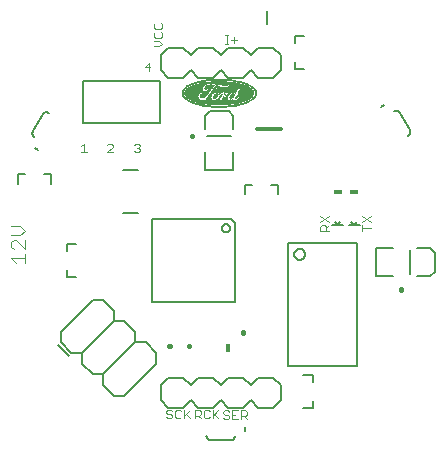
<source format=gto>
G75*
G70*
%OFA0B0*%
%FSLAX24Y24*%
%IPPOS*%
%LPD*%
%AMOC8*
5,1,8,0,0,1.08239X$1,22.5*
%
%ADD10C,0.0030*%
%ADD11R,0.0240X0.0010*%
%ADD12R,0.0550X0.0010*%
%ADD13R,0.0710X0.0010*%
%ADD14R,0.0860X0.0010*%
%ADD15R,0.1010X0.0010*%
%ADD16R,0.0450X0.0010*%
%ADD17R,0.0340X0.0010*%
%ADD18R,0.0300X0.0010*%
%ADD19R,0.0310X0.0010*%
%ADD20R,0.0270X0.0010*%
%ADD21R,0.0250X0.0010*%
%ADD22R,0.0540X0.0010*%
%ADD23R,0.0210X0.0010*%
%ADD24R,0.0690X0.0010*%
%ADD25R,0.0170X0.0010*%
%ADD26R,0.0830X0.0010*%
%ADD27R,0.0180X0.0010*%
%ADD28R,0.0150X0.0010*%
%ADD29R,0.0970X0.0010*%
%ADD30R,0.0160X0.0010*%
%ADD31R,0.1100X0.0010*%
%ADD32R,0.1230X0.0010*%
%ADD33R,0.0140X0.0010*%
%ADD34R,0.1330X0.0010*%
%ADD35R,0.1390X0.0010*%
%ADD36R,0.0130X0.0010*%
%ADD37R,0.1470X0.0010*%
%ADD38R,0.0120X0.0010*%
%ADD39R,0.1560X0.0010*%
%ADD40R,0.0110X0.0010*%
%ADD41R,0.1610X0.0010*%
%ADD42R,0.0100X0.0010*%
%ADD43R,0.1670X0.0010*%
%ADD44R,0.1720X0.0010*%
%ADD45R,0.1770X0.0010*%
%ADD46R,0.0090X0.0010*%
%ADD47R,0.1810X0.0010*%
%ADD48R,0.0080X0.0010*%
%ADD49R,0.0260X0.0010*%
%ADD50R,0.0400X0.0010*%
%ADD51R,0.0230X0.0010*%
%ADD52R,0.0050X0.0010*%
%ADD53R,0.0070X0.0010*%
%ADD54R,0.0320X0.0010*%
%ADD55R,0.0010X0.0010*%
%ADD56R,0.0040X0.0010*%
%ADD57R,0.0330X0.0010*%
%ADD58R,0.0020X0.0010*%
%ADD59R,0.0200X0.0010*%
%ADD60R,0.0030X0.0010*%
%ADD61R,0.0410X0.0010*%
%ADD62R,0.0060X0.0010*%
%ADD63R,0.0420X0.0010*%
%ADD64R,0.0360X0.0010*%
%ADD65R,0.0370X0.0010*%
%ADD66R,0.0380X0.0010*%
%ADD67R,0.0430X0.0010*%
%ADD68R,0.0390X0.0010*%
%ADD69R,0.0440X0.0010*%
%ADD70R,0.0190X0.0010*%
%ADD71R,0.0560X0.0010*%
%ADD72R,0.0220X0.0010*%
%ADD73R,0.0460X0.0010*%
%ADD74R,0.0470X0.0010*%
%ADD75R,0.0490X0.0010*%
%ADD76R,0.0500X0.0010*%
%ADD77R,0.0510X0.0010*%
%ADD78R,0.0520X0.0010*%
%ADD79R,0.0530X0.0010*%
%ADD80R,0.0750X0.0010*%
%ADD81R,0.0740X0.0010*%
%ADD82R,0.0730X0.0010*%
%ADD83R,0.0840X0.0010*%
%ADD84R,0.0670X0.0010*%
%ADD85R,0.0650X0.0010*%
%ADD86R,0.0480X0.0010*%
%ADD87R,0.0620X0.0010*%
%ADD88R,0.0700X0.0010*%
%ADD89R,0.0610X0.0010*%
%ADD90R,0.0590X0.0010*%
%ADD91R,0.0580X0.0010*%
%ADD92R,0.1140X0.0010*%
%ADD93R,0.1130X0.0010*%
%ADD94R,0.1200X0.0010*%
%ADD95R,0.0780X0.0010*%
%ADD96R,0.0290X0.0010*%
%ADD97R,0.0640X0.0010*%
%ADD98R,0.0570X0.0010*%
%ADD99R,0.0280X0.0010*%
%ADD100R,0.0350X0.0010*%
%ADD101R,0.0850X0.0010*%
%ADD102R,0.0880X0.0010*%
%ADD103R,0.0900X0.0010*%
%ADD104R,0.1240X0.0010*%
%ADD105R,0.1110X0.0010*%
%ADD106R,0.0870X0.0010*%
%ADD107R,0.0720X0.0010*%
%ADD108C,0.0040*%
%ADD109R,0.0160X0.0280*%
%ADD110C,0.0160*%
%ADD111C,0.0080*%
%ADD112C,0.0060*%
%ADD113C,0.0050*%
%ADD114C,0.0120*%
%ADD115R,0.0280X0.0160*%
D10*
X025739Y022141D02*
X025691Y022189D01*
X025739Y022141D02*
X025836Y022141D01*
X025884Y022189D01*
X025884Y022238D01*
X025836Y022286D01*
X025739Y022286D01*
X025691Y022334D01*
X025691Y022383D01*
X025739Y022431D01*
X025836Y022431D01*
X025884Y022383D01*
X025986Y022383D02*
X025986Y022189D01*
X026034Y022141D01*
X026131Y022141D01*
X026179Y022189D01*
X026280Y022141D02*
X026280Y022431D01*
X026179Y022383D02*
X026131Y022431D01*
X026034Y022431D01*
X025986Y022383D01*
X026280Y022238D02*
X026474Y022431D01*
X026641Y022431D02*
X026786Y022431D01*
X026834Y022383D01*
X026834Y022286D01*
X026786Y022238D01*
X026641Y022238D01*
X026738Y022238D02*
X026834Y022141D01*
X026936Y022189D02*
X026984Y022141D01*
X027081Y022141D01*
X027129Y022189D01*
X027230Y022141D02*
X027230Y022431D01*
X027129Y022383D02*
X027081Y022431D01*
X026984Y022431D01*
X026936Y022383D01*
X026936Y022189D01*
X027230Y022238D02*
X027424Y022431D01*
X027589Y022363D02*
X027589Y022314D01*
X027637Y022266D01*
X027734Y022266D01*
X027783Y022218D01*
X027783Y022169D01*
X027734Y022121D01*
X027637Y022121D01*
X027589Y022169D01*
X027424Y022141D02*
X027279Y022286D01*
X027589Y022363D02*
X027637Y022411D01*
X027734Y022411D01*
X027783Y022363D01*
X027884Y022411D02*
X027884Y022121D01*
X028077Y022121D01*
X028178Y022121D02*
X028178Y022411D01*
X028323Y022411D01*
X028372Y022363D01*
X028372Y022266D01*
X028323Y022218D01*
X028178Y022218D01*
X028275Y022218D02*
X028372Y022121D01*
X028077Y022411D02*
X027884Y022411D01*
X027884Y022266D02*
X027980Y022266D01*
X026641Y022141D02*
X026641Y022431D01*
X026474Y022141D02*
X026329Y022286D01*
X030819Y028391D02*
X030819Y028536D01*
X030867Y028584D01*
X030964Y028584D01*
X031012Y028536D01*
X031012Y028391D01*
X031012Y028488D02*
X031109Y028584D01*
X031109Y028686D02*
X030819Y028879D01*
X030819Y028686D02*
X031109Y028879D01*
X031109Y028391D02*
X030819Y028391D01*
X032219Y028391D02*
X032219Y028584D01*
X032219Y028488D02*
X032509Y028488D01*
X032509Y028686D02*
X032219Y028879D01*
X032219Y028686D02*
X032509Y028879D01*
X027941Y034669D02*
X027941Y034863D01*
X027844Y034766D02*
X028038Y034766D01*
X027745Y034621D02*
X027648Y034621D01*
X027696Y034621D02*
X027696Y034911D01*
X027648Y034911D02*
X027745Y034911D01*
X025559Y034884D02*
X025511Y034836D01*
X025317Y034836D01*
X025269Y034884D01*
X025269Y034981D01*
X025317Y035029D01*
X025317Y035130D02*
X025511Y035130D01*
X025559Y035179D01*
X025559Y035275D01*
X025511Y035324D01*
X025317Y035324D02*
X025269Y035275D01*
X025269Y035179D01*
X025317Y035130D01*
X025511Y035029D02*
X025559Y034981D01*
X025559Y034884D01*
X025462Y034734D02*
X025269Y034734D01*
X025269Y034541D02*
X025462Y034541D01*
X025559Y034638D01*
X025462Y034734D01*
D11*
X026961Y032936D03*
X026951Y032926D03*
X027461Y032486D03*
D12*
X027456Y032496D03*
X027456Y033346D03*
X028346Y032946D03*
X028346Y032936D03*
X028336Y032916D03*
D13*
X027456Y032506D03*
D14*
X027461Y032516D03*
D15*
X027456Y032526D03*
X027456Y033396D03*
D16*
X028036Y033246D03*
X028366Y033056D03*
X028356Y032856D03*
X027806Y032536D03*
X027116Y032536D03*
X026536Y032896D03*
X026686Y033166D03*
D17*
X026891Y033266D03*
X026601Y032776D03*
X027011Y032546D03*
X027911Y032546D03*
D18*
X027101Y032726D03*
X026951Y032556D03*
X027131Y033186D03*
X027141Y033196D03*
D19*
X026686Y032726D03*
X026666Y032736D03*
X027966Y032556D03*
D20*
X028026Y032566D03*
X026896Y032566D03*
D21*
X026836Y032576D03*
X027096Y032736D03*
X027456Y033436D03*
X028086Y032576D03*
D22*
X028351Y032956D03*
X028081Y033216D03*
X027461Y032576D03*
X026631Y033086D03*
X026561Y032976D03*
D23*
X026926Y032886D03*
X026986Y032956D03*
X026996Y032966D03*
X026996Y032976D03*
X027106Y032746D03*
X026786Y032586D03*
X026856Y033356D03*
X027656Y032756D03*
X027656Y032746D03*
X028136Y032586D03*
X028066Y033356D03*
D24*
X028096Y033176D03*
X027736Y033096D03*
X027736Y033086D03*
X027726Y033076D03*
X027726Y033066D03*
X027456Y033336D03*
X027456Y032586D03*
D25*
X027656Y032786D03*
X027656Y032796D03*
X027646Y033236D03*
X028186Y033326D03*
X026906Y032846D03*
X026736Y032596D03*
X026736Y033326D03*
D26*
X027456Y033326D03*
X027456Y032596D03*
D27*
X027651Y032776D03*
X028181Y032596D03*
D28*
X028256Y032616D03*
X027886Y032866D03*
X028256Y033306D03*
X027396Y033176D03*
X027266Y033016D03*
X026696Y033316D03*
X026666Y033306D03*
X026636Y033296D03*
X026606Y033286D03*
X026606Y032636D03*
X026636Y032626D03*
X026666Y032616D03*
X026696Y032606D03*
D29*
X027456Y032606D03*
X027456Y033316D03*
D30*
X027661Y032806D03*
X028221Y032606D03*
X028221Y033316D03*
D31*
X027461Y032616D03*
D32*
X027456Y032626D03*
D33*
X027391Y032726D03*
X027321Y032846D03*
X027331Y032856D03*
X027331Y032866D03*
X027331Y032876D03*
X027251Y032986D03*
X026901Y032836D03*
X026581Y032646D03*
X026561Y032656D03*
X027871Y032836D03*
X027881Y032856D03*
X027891Y032876D03*
X027891Y032886D03*
X028281Y032626D03*
X028311Y032636D03*
X028311Y033286D03*
X028281Y033296D03*
D34*
X027456Y033286D03*
X027456Y032636D03*
D35*
X027456Y032646D03*
D36*
X027406Y032736D03*
X027316Y032826D03*
X027316Y032836D03*
X027336Y032886D03*
X027346Y032896D03*
X027346Y032906D03*
X027236Y032976D03*
X027066Y032756D03*
X026576Y033276D03*
X027806Y032986D03*
X027896Y032896D03*
X027876Y032846D03*
X027866Y032826D03*
X028336Y032646D03*
X028356Y032656D03*
D37*
X027456Y032656D03*
D38*
X027311Y032816D03*
X027351Y032916D03*
X027221Y032966D03*
X027121Y032816D03*
X027071Y032766D03*
X026891Y032826D03*
X027031Y033136D03*
X027031Y033146D03*
X027031Y033156D03*
X027181Y033156D03*
X027711Y032896D03*
X027861Y032816D03*
X027901Y032906D03*
X027911Y032916D03*
X028381Y032666D03*
X028401Y032676D03*
X028341Y033276D03*
X026541Y032666D03*
D39*
X027461Y032666D03*
D40*
X027416Y032746D03*
X027426Y032756D03*
X027306Y032806D03*
X027156Y032876D03*
X027146Y032856D03*
X027136Y032846D03*
X027126Y032826D03*
X027116Y032806D03*
X027106Y032796D03*
X027216Y032956D03*
X027116Y033056D03*
X027166Y033126D03*
X027176Y033146D03*
X027026Y033126D03*
X027386Y033186D03*
X027476Y032986D03*
X027706Y032886D03*
X027856Y032806D03*
X026516Y032676D03*
X026546Y033266D03*
D41*
X027456Y032676D03*
D42*
X027301Y032796D03*
X027351Y032926D03*
X027201Y032946D03*
X027191Y032936D03*
X027181Y032916D03*
X027161Y032886D03*
X027151Y032866D03*
X027131Y032836D03*
X027091Y032786D03*
X027081Y032776D03*
X026891Y032816D03*
X027131Y033076D03*
X027141Y033086D03*
X027151Y033096D03*
X027161Y033106D03*
X027161Y033116D03*
X027171Y033136D03*
X027701Y032876D03*
X027801Y032976D03*
X027911Y032926D03*
X027891Y032726D03*
X028421Y032686D03*
X028441Y032696D03*
X028491Y033206D03*
X028471Y033216D03*
X028451Y033226D03*
X028431Y033236D03*
X028411Y033246D03*
X028391Y033256D03*
X028371Y033266D03*
X026521Y033256D03*
X026441Y033216D03*
X026421Y033206D03*
X026451Y032706D03*
X026471Y032696D03*
X026491Y032686D03*
D43*
X027456Y032686D03*
D44*
X027461Y032696D03*
D45*
X027456Y032706D03*
D46*
X027436Y032766D03*
X027446Y032776D03*
X027456Y032786D03*
X027456Y032796D03*
X027466Y032806D03*
X027476Y032976D03*
X027186Y032926D03*
X027176Y032906D03*
X027166Y032896D03*
X027126Y033066D03*
X027016Y033116D03*
X026506Y033246D03*
X026486Y033236D03*
X026466Y033226D03*
X026406Y033196D03*
X026416Y032726D03*
X026436Y032716D03*
X027846Y032796D03*
X027916Y032936D03*
X028466Y032706D03*
D47*
X027456Y032716D03*
D48*
X027471Y032816D03*
X027481Y032826D03*
X027491Y032836D03*
X027491Y032846D03*
X027501Y032856D03*
X027361Y032936D03*
X027271Y033066D03*
X027081Y033046D03*
X027011Y033106D03*
X027301Y032786D03*
X027801Y032966D03*
X027841Y032786D03*
X028051Y032836D03*
X028051Y032846D03*
X028061Y032856D03*
X028481Y032716D03*
X028501Y032726D03*
X028551Y032756D03*
X028531Y033186D03*
X028511Y033196D03*
X026391Y033186D03*
X026371Y032756D03*
X026381Y032746D03*
X026401Y032736D03*
D49*
X026971Y033376D03*
X027431Y033156D03*
X027671Y032726D03*
D50*
X028191Y032726D03*
X028211Y032736D03*
X028231Y032746D03*
X028251Y032756D03*
X028361Y033086D03*
D51*
X028006Y033366D03*
X027656Y032736D03*
X026976Y032946D03*
X026946Y032916D03*
X026916Y033366D03*
D52*
X027036Y033026D03*
X027296Y033116D03*
X027306Y033126D03*
X027466Y032946D03*
X027536Y032916D03*
X027526Y032896D03*
X027616Y032826D03*
X027776Y032926D03*
X027786Y032936D03*
X027906Y032736D03*
X028656Y032856D03*
X028666Y032876D03*
X028676Y032896D03*
X028676Y032906D03*
X028686Y032926D03*
X028686Y032936D03*
X028686Y032946D03*
X028686Y032956D03*
X028686Y032966D03*
X028686Y032976D03*
X028686Y032986D03*
X028686Y032996D03*
X028676Y033016D03*
X028676Y033026D03*
X028666Y033046D03*
X028656Y033066D03*
X026266Y033066D03*
X026256Y033046D03*
X026246Y033026D03*
X026246Y033016D03*
X026236Y032996D03*
X026236Y032986D03*
X026236Y032946D03*
X026236Y032936D03*
X026236Y032926D03*
X026246Y032906D03*
X026246Y032896D03*
X026256Y032876D03*
X026266Y032856D03*
D53*
X026346Y032776D03*
X026356Y032766D03*
X026376Y033176D03*
X027276Y033076D03*
X027296Y033026D03*
X027476Y032966D03*
X027516Y032876D03*
X027506Y032866D03*
X027626Y032816D03*
X027696Y032866D03*
X027796Y032956D03*
X028036Y032826D03*
X028516Y032736D03*
X028536Y032746D03*
X028566Y032766D03*
X028576Y032776D03*
X028546Y033176D03*
X027386Y033196D03*
D54*
X027621Y033246D03*
X026651Y032746D03*
X026631Y032756D03*
D55*
X027196Y032776D03*
X027386Y032966D03*
X027386Y032976D03*
X027456Y032916D03*
X027636Y032956D03*
X027666Y032926D03*
X027916Y032746D03*
X027996Y032946D03*
X027996Y032956D03*
X027236Y033056D03*
D56*
X027351Y033076D03*
X027351Y033086D03*
X027351Y033096D03*
X027381Y033206D03*
X027181Y033246D03*
X027001Y033096D03*
X027111Y033006D03*
X027181Y032756D03*
X026881Y032806D03*
X027551Y032926D03*
X027761Y032906D03*
X027771Y032916D03*
X027991Y032976D03*
X028011Y032786D03*
X026231Y032956D03*
X026231Y032966D03*
X026231Y032976D03*
D57*
X026616Y032766D03*
D58*
X027191Y032766D03*
X027461Y032926D03*
X027611Y032846D03*
X027661Y032916D03*
X027641Y032966D03*
X027731Y032816D03*
X027361Y033116D03*
D59*
X027651Y032766D03*
X026921Y032866D03*
X026921Y032876D03*
X026811Y033346D03*
X028111Y033346D03*
D60*
X027996Y032966D03*
X027996Y032776D03*
X027836Y032766D03*
X027696Y032856D03*
X027666Y032906D03*
X027646Y032976D03*
X027556Y032936D03*
X027466Y032936D03*
X027376Y032956D03*
X027386Y032986D03*
X027346Y033066D03*
X027356Y033106D03*
X027616Y032836D03*
D61*
X028266Y032766D03*
X026726Y033196D03*
X026546Y032846D03*
D62*
X026331Y032786D03*
X026321Y032796D03*
X026311Y032806D03*
X026301Y032816D03*
X026291Y032826D03*
X026281Y032836D03*
X026271Y032846D03*
X026261Y032866D03*
X026251Y032886D03*
X026241Y032916D03*
X026241Y033006D03*
X026251Y033036D03*
X026261Y033056D03*
X026271Y033076D03*
X026281Y033086D03*
X026291Y033096D03*
X026301Y033106D03*
X026311Y033116D03*
X026321Y033126D03*
X026331Y033136D03*
X026341Y033146D03*
X026351Y033156D03*
X026361Y033166D03*
X027061Y033036D03*
X027091Y032996D03*
X027081Y032986D03*
X027281Y033086D03*
X027281Y033096D03*
X027291Y033106D03*
X027311Y033136D03*
X027371Y032946D03*
X027471Y032956D03*
X027531Y032906D03*
X027521Y032886D03*
X027641Y032986D03*
X027791Y032946D03*
X027921Y032946D03*
X027991Y032986D03*
X028031Y032816D03*
X028021Y032806D03*
X028021Y032796D03*
X027841Y032776D03*
X027301Y032776D03*
X028591Y032786D03*
X028601Y032796D03*
X028611Y032806D03*
X028621Y032816D03*
X028631Y032826D03*
X028641Y032836D03*
X028651Y032846D03*
X028661Y032866D03*
X028671Y032886D03*
X028681Y032916D03*
X028681Y033006D03*
X028671Y033036D03*
X028661Y033056D03*
X028651Y033076D03*
X028641Y033086D03*
X028631Y033096D03*
X028621Y033106D03*
X028611Y033116D03*
X028601Y033126D03*
X028591Y033136D03*
X028581Y033146D03*
X028571Y033156D03*
X028561Y033166D03*
D63*
X028361Y033076D03*
X028311Y032796D03*
X028291Y032786D03*
X028281Y032776D03*
X026711Y033186D03*
X026541Y032866D03*
X026541Y032856D03*
D64*
X026591Y032786D03*
X026781Y033226D03*
X026941Y033276D03*
X027851Y033386D03*
D65*
X028356Y033106D03*
X027066Y033386D03*
X026576Y032796D03*
D66*
X026571Y032806D03*
X026561Y032816D03*
X026561Y032826D03*
X026761Y033216D03*
X027371Y032996D03*
D67*
X027816Y032996D03*
X028316Y032806D03*
X028326Y032816D03*
X028336Y032826D03*
X028366Y033066D03*
X026536Y032876D03*
D68*
X026556Y032836D03*
X026746Y033206D03*
X028356Y033096D03*
D69*
X028351Y032846D03*
X028341Y032836D03*
X026701Y033176D03*
X026541Y032886D03*
D70*
X026916Y032856D03*
X027166Y033236D03*
X026776Y033336D03*
X028146Y033336D03*
D71*
X028341Y032926D03*
X028331Y032906D03*
X028321Y032896D03*
X028321Y032886D03*
X028311Y032876D03*
X028311Y032866D03*
X026621Y033076D03*
D72*
X026931Y032896D03*
X026941Y032906D03*
X027421Y033166D03*
D73*
X026671Y033156D03*
X026531Y032906D03*
X028361Y033046D03*
D74*
X028366Y033036D03*
X026536Y032916D03*
D75*
X026536Y032926D03*
X026656Y033136D03*
X028366Y033016D03*
D76*
X028361Y033006D03*
X026541Y032936D03*
D77*
X026546Y032946D03*
X026646Y033126D03*
X028066Y033226D03*
D78*
X028361Y032996D03*
X028361Y032986D03*
X026641Y033116D03*
X026551Y032956D03*
D79*
X026556Y032966D03*
X026636Y033096D03*
X026636Y033106D03*
X028356Y032976D03*
X028356Y032966D03*
D80*
X026676Y033016D03*
X026666Y032986D03*
D81*
X026661Y032996D03*
D82*
X026666Y033006D03*
X028096Y033166D03*
D83*
X027611Y033006D03*
D84*
X027706Y033016D03*
X027706Y033026D03*
D85*
X026636Y033026D03*
D86*
X026661Y033146D03*
X028051Y033236D03*
X028361Y033026D03*
D87*
X026631Y033036D03*
D88*
X027701Y033036D03*
X027701Y033046D03*
X027711Y033056D03*
X027741Y033106D03*
D89*
X028086Y033196D03*
X026626Y033046D03*
D90*
X026626Y033056D03*
D91*
X026621Y033066D03*
D92*
X027961Y033116D03*
D93*
X027956Y033126D03*
X027936Y033136D03*
D94*
X027891Y033146D03*
D95*
X028081Y033156D03*
D96*
X027156Y033206D03*
X027126Y033176D03*
X027116Y033166D03*
D97*
X028091Y033186D03*
D98*
X028086Y033206D03*
X027456Y033426D03*
D99*
X027191Y033226D03*
X027171Y033216D03*
D100*
X026856Y033256D03*
X026826Y033246D03*
X026796Y033236D03*
D101*
X027816Y033256D03*
D102*
X027761Y033266D03*
D103*
X027701Y033276D03*
D104*
X027461Y033296D03*
D105*
X027456Y033306D03*
D106*
X027456Y033406D03*
D107*
X027461Y033416D03*
D108*
X025157Y033860D02*
X024970Y033860D01*
X025110Y034000D01*
X025110Y033720D01*
X024762Y031300D02*
X024809Y031254D01*
X024809Y031207D01*
X024762Y031160D01*
X024809Y031113D01*
X024809Y031067D01*
X024762Y031020D01*
X024669Y031020D01*
X024622Y031067D01*
X024715Y031160D02*
X024762Y031160D01*
X024762Y031300D02*
X024669Y031300D01*
X024622Y031254D01*
X023899Y031250D02*
X023852Y031297D01*
X023759Y031297D01*
X023712Y031250D01*
X023899Y031250D02*
X023899Y031203D01*
X023712Y031016D01*
X023899Y031016D01*
X023048Y031020D02*
X022861Y031020D01*
X022954Y031020D02*
X022954Y031300D01*
X022861Y031207D01*
X020827Y028548D02*
X020520Y028548D01*
X020827Y028548D02*
X020980Y028394D01*
X020827Y028241D01*
X020520Y028241D01*
X020596Y028087D02*
X020520Y028011D01*
X020520Y027857D01*
X020596Y027780D01*
X020596Y028087D02*
X020673Y028087D01*
X020980Y027780D01*
X020980Y028087D01*
X020980Y027627D02*
X020980Y027320D01*
X020980Y027473D02*
X020520Y027473D01*
X020673Y027320D01*
D109*
X027750Y024500D03*
D110*
X028250Y024988D02*
X028250Y025012D01*
X026462Y024550D02*
X026438Y024550D01*
X025812Y024550D02*
X025788Y024550D01*
X033500Y026438D02*
X033500Y026462D01*
X026562Y031550D02*
X026538Y031550D01*
D111*
X026978Y031794D02*
X026978Y032227D01*
X027135Y032384D01*
X027765Y032384D01*
X027922Y032227D01*
X027922Y031794D01*
X027922Y031006D02*
X027922Y030416D01*
X026978Y030416D01*
X026978Y031006D01*
X028299Y029926D02*
X028299Y029611D01*
X028299Y029926D02*
X028535Y029926D01*
X029165Y029926D02*
X029401Y029926D01*
X029401Y029611D01*
X031219Y028583D02*
X031400Y028583D01*
X031308Y028705D01*
X031400Y028583D02*
X031581Y028583D01*
X031486Y028705D02*
X031410Y028589D01*
X031769Y028583D02*
X031950Y028583D01*
X031858Y028705D01*
X031950Y028583D02*
X032131Y028583D01*
X032036Y028705D02*
X031960Y028589D01*
X032666Y027822D02*
X033256Y027822D01*
X032666Y027822D02*
X032666Y026878D01*
X033256Y026878D01*
X034044Y026878D02*
X034477Y026878D01*
X034634Y027035D01*
X034634Y027665D01*
X034477Y027822D01*
X034044Y027822D01*
X030576Y023601D02*
X030261Y023601D01*
X030576Y023601D02*
X030576Y023365D01*
X030576Y022735D02*
X030576Y022499D01*
X030261Y022499D01*
X029500Y022750D02*
X029250Y022500D01*
X028750Y022500D01*
X028500Y022750D01*
X028250Y022500D01*
X027750Y022500D01*
X027500Y022750D01*
X027250Y022500D01*
X026750Y022500D01*
X026500Y022750D01*
X026250Y022500D01*
X025750Y022500D01*
X025500Y022750D01*
X025500Y023250D01*
X025750Y023500D01*
X026250Y023500D01*
X026500Y023250D01*
X026750Y023500D01*
X027250Y023500D01*
X027500Y023250D01*
X027750Y023500D01*
X028250Y023500D01*
X028500Y023250D01*
X028750Y023500D01*
X029250Y023500D01*
X029500Y023250D01*
X029500Y022750D01*
X025352Y023966D02*
X024291Y022905D01*
X023937Y022905D01*
X023584Y023259D01*
X023584Y023613D01*
X024645Y024673D01*
X024998Y024673D01*
X025352Y024320D01*
X025352Y023966D01*
X024645Y024673D02*
X024645Y025027D01*
X024291Y025380D01*
X023937Y025380D01*
X022877Y024320D01*
X022877Y023966D01*
X023230Y023613D01*
X023584Y023613D01*
X022877Y024320D02*
X022523Y024320D01*
X022170Y024673D01*
X022170Y025027D01*
X023230Y026087D01*
X023584Y026087D01*
X023937Y025734D01*
X023937Y025380D01*
X022430Y024226D02*
X022076Y024580D01*
X022374Y026849D02*
X022689Y026849D01*
X022374Y026849D02*
X022374Y027085D01*
X022374Y027715D02*
X022374Y027951D01*
X022689Y027951D01*
X024244Y028991D02*
X024756Y028991D01*
X024756Y030409D02*
X024244Y030409D01*
X025490Y032000D02*
X022910Y032000D01*
X022910Y033400D01*
X025490Y033400D01*
X025490Y032000D01*
X025750Y033500D02*
X026250Y033500D01*
X026500Y033750D01*
X026750Y033500D01*
X027250Y033500D01*
X027500Y033750D01*
X027750Y033500D01*
X028250Y033500D01*
X028500Y033750D01*
X028750Y033500D01*
X029250Y033500D01*
X029500Y033750D01*
X029500Y034250D01*
X029250Y034500D01*
X028750Y034500D01*
X028500Y034250D01*
X028250Y034500D01*
X027750Y034500D01*
X027500Y034250D01*
X027250Y034500D01*
X026750Y034500D01*
X026500Y034250D01*
X026250Y034500D01*
X025750Y034500D01*
X025500Y034250D01*
X025500Y033750D01*
X025750Y033500D01*
X029974Y033799D02*
X030289Y033799D01*
X029974Y033799D02*
X029974Y034035D01*
X029974Y034665D02*
X029974Y034901D01*
X030289Y034901D01*
X021851Y030276D02*
X021851Y029961D01*
X021851Y030276D02*
X021615Y030276D01*
X020985Y030276D02*
X020749Y030276D01*
X020749Y029961D01*
D112*
X025220Y028780D02*
X027840Y028780D01*
X027980Y028640D01*
X027980Y026020D01*
X025220Y026020D01*
X025220Y028780D01*
X027539Y028480D02*
X027541Y028503D01*
X027547Y028526D01*
X027556Y028547D01*
X027569Y028567D01*
X027585Y028584D01*
X027603Y028598D01*
X027623Y028609D01*
X027645Y028617D01*
X027668Y028621D01*
X027692Y028621D01*
X027715Y028617D01*
X027737Y028609D01*
X027757Y028598D01*
X027775Y028584D01*
X027791Y028567D01*
X027804Y028547D01*
X027813Y028526D01*
X027819Y028503D01*
X027821Y028480D01*
X027819Y028457D01*
X027813Y028434D01*
X027804Y028413D01*
X027791Y028393D01*
X027775Y028376D01*
X027757Y028362D01*
X027737Y028351D01*
X027715Y028343D01*
X027692Y028339D01*
X027668Y028339D01*
X027645Y028343D01*
X027623Y028351D01*
X027603Y028362D01*
X027585Y028376D01*
X027569Y028393D01*
X027556Y028413D01*
X027547Y028434D01*
X027541Y028457D01*
X027539Y028480D01*
X029748Y027997D02*
X032052Y027997D01*
X032052Y023903D01*
X029748Y023903D01*
X029748Y027997D01*
X029951Y027613D02*
X029953Y027639D01*
X029959Y027665D01*
X029968Y027690D01*
X029981Y027713D01*
X029997Y027734D01*
X030016Y027752D01*
X030038Y027768D01*
X030061Y027780D01*
X030086Y027788D01*
X030112Y027793D01*
X030139Y027794D01*
X030165Y027791D01*
X030190Y027784D01*
X030215Y027774D01*
X030237Y027760D01*
X030258Y027743D01*
X030275Y027724D01*
X030290Y027702D01*
X030301Y027678D01*
X030309Y027652D01*
X030313Y027626D01*
X030313Y027600D01*
X030309Y027574D01*
X030301Y027548D01*
X030290Y027524D01*
X030275Y027502D01*
X030258Y027483D01*
X030237Y027466D01*
X030215Y027452D01*
X030190Y027442D01*
X030165Y027435D01*
X030139Y027432D01*
X030112Y027433D01*
X030086Y027438D01*
X030061Y027446D01*
X030038Y027458D01*
X030016Y027474D01*
X029997Y027492D01*
X029981Y027513D01*
X029968Y027536D01*
X029959Y027561D01*
X029953Y027587D01*
X029951Y027613D01*
D113*
X027815Y021406D02*
X027165Y021406D01*
X027142Y021410D01*
X027120Y021417D01*
X027099Y021427D01*
X027080Y021440D01*
X027064Y021457D01*
X027050Y021475D01*
X027039Y021496D01*
X027032Y021518D01*
X027028Y021541D01*
X027027Y021564D01*
X027815Y021406D02*
X027838Y021407D01*
X027861Y021411D01*
X027883Y021418D01*
X027904Y021429D01*
X027922Y021443D01*
X027939Y021459D01*
X027952Y021478D01*
X027962Y021499D01*
X027969Y021521D01*
X027973Y021544D01*
X028299Y021737D02*
X028299Y021863D01*
X033800Y026950D02*
X033800Y027750D01*
X033740Y031559D02*
X033760Y031571D01*
X033778Y031586D01*
X033793Y031603D01*
X033806Y031623D01*
X033815Y031644D01*
X033821Y031667D01*
X033823Y031690D01*
X033821Y031713D01*
X033816Y031736D01*
X033808Y031757D01*
X033483Y032320D01*
X033484Y032319D02*
X033472Y032339D01*
X033457Y032357D01*
X033440Y032372D01*
X033420Y032385D01*
X033399Y032394D01*
X033376Y032400D01*
X033353Y032402D01*
X033330Y032400D01*
X033307Y032395D01*
X033286Y032387D01*
X032955Y032574D02*
X032846Y032511D01*
X029035Y035278D02*
X029035Y035711D01*
X027850Y031550D02*
X027050Y031550D01*
X021781Y032327D02*
X021761Y032338D01*
X021739Y032346D01*
X021717Y032351D01*
X021693Y032352D01*
X021670Y032349D01*
X021648Y032343D01*
X021627Y032333D01*
X021608Y032320D01*
X021590Y032305D01*
X021576Y032286D01*
X021576Y032287D02*
X021252Y031724D01*
X021241Y031704D01*
X021233Y031682D01*
X021228Y031660D01*
X021227Y031636D01*
X021230Y031613D01*
X021236Y031591D01*
X021246Y031570D01*
X021259Y031551D01*
X021274Y031533D01*
X021293Y031519D01*
X021296Y031139D02*
X021405Y031076D01*
D114*
X028700Y031800D02*
X029500Y031800D01*
D115*
X031400Y029700D03*
X031950Y029700D03*
M02*

</source>
